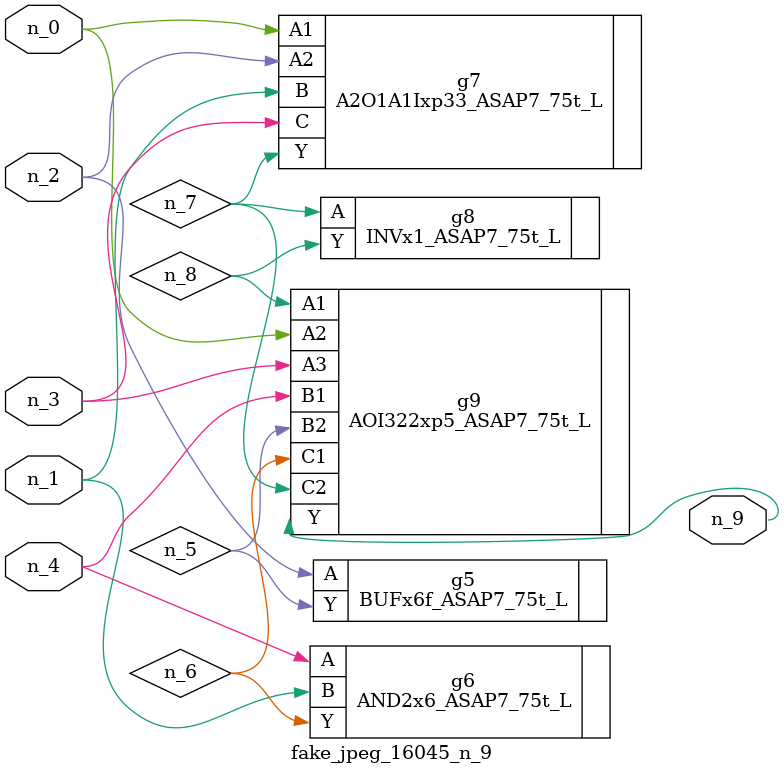
<source format=v>
module fake_jpeg_16045_n_9 (n_3, n_2, n_1, n_0, n_4, n_9);

input n_3;
input n_2;
input n_1;
input n_0;
input n_4;

output n_9;

wire n_8;
wire n_6;
wire n_5;
wire n_7;

BUFx6f_ASAP7_75t_L g5 ( 
.A(n_2),
.Y(n_5)
);

AND2x6_ASAP7_75t_L g6 ( 
.A(n_4),
.B(n_1),
.Y(n_6)
);

A2O1A1Ixp33_ASAP7_75t_L g7 ( 
.A1(n_0),
.A2(n_2),
.B(n_1),
.C(n_3),
.Y(n_7)
);

INVx1_ASAP7_75t_L g8 ( 
.A(n_7),
.Y(n_8)
);

AOI322xp5_ASAP7_75t_L g9 ( 
.A1(n_8),
.A2(n_0),
.A3(n_3),
.B1(n_4),
.B2(n_5),
.C1(n_6),
.C2(n_7),
.Y(n_9)
);


endmodule
</source>
